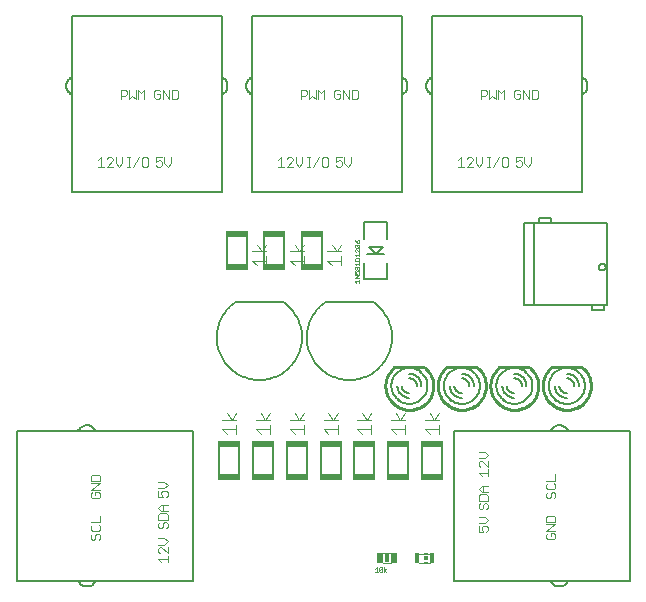
<source format=gto>
G75*
G70*
%OFA0B0*%
%FSLAX24Y24*%
%IPPOS*%
%LPD*%
%AMOC8*
5,1,8,0,0,1.08239X$1,22.5*
%
%ADD10C,0.0100*%
%ADD11C,0.0060*%
%ADD12C,0.0080*%
%ADD13C,0.0050*%
%ADD14C,0.0010*%
%ADD15R,0.0720X0.0230*%
%ADD16C,0.0040*%
%ADD17R,0.0197X0.0374*%
%ADD18R,0.0180X0.0300*%
%ADD19R,0.0157X0.0354*%
%ADD20R,0.0118X0.0059*%
%ADD21R,0.0118X0.0118*%
D10*
X012733Y007970D02*
X013733Y007970D01*
X014483Y007970D02*
X015483Y007970D01*
X015402Y006669D02*
X015354Y006641D01*
X015305Y006617D01*
X015253Y006597D01*
X015201Y006580D01*
X015147Y006567D01*
X015093Y006558D01*
X015038Y006552D01*
X014983Y006550D01*
X015380Y006655D02*
X015428Y006685D01*
X015473Y006718D01*
X015516Y006754D01*
X015557Y006792D01*
X015594Y006834D01*
X015629Y006878D01*
X015660Y006924D01*
X015689Y006973D01*
X015713Y007023D01*
X015734Y007075D01*
X015752Y007129D01*
X015765Y007183D01*
X015775Y007238D01*
X015781Y007294D01*
X015783Y007350D01*
X016233Y007970D02*
X017233Y007970D01*
X017983Y007970D02*
X018983Y007970D01*
X018902Y006669D02*
X018854Y006641D01*
X018805Y006617D01*
X018753Y006597D01*
X018701Y006580D01*
X018647Y006567D01*
X018593Y006558D01*
X018538Y006552D01*
X018483Y006550D01*
X018880Y006655D02*
X018928Y006685D01*
X018973Y006718D01*
X019016Y006754D01*
X019057Y006792D01*
X019094Y006834D01*
X019129Y006878D01*
X019160Y006924D01*
X019189Y006973D01*
X019213Y007023D01*
X019234Y007075D01*
X019252Y007129D01*
X019265Y007183D01*
X019275Y007238D01*
X019281Y007294D01*
X019283Y007350D01*
X018483Y006550D02*
X018427Y006552D01*
X018370Y006558D01*
X018315Y006568D01*
X018260Y006582D01*
X018207Y006599D01*
X018154Y006621D01*
X018104Y006646D01*
X017683Y007350D02*
X017685Y007404D01*
X017690Y007457D01*
X017699Y007511D01*
X017712Y007563D01*
X017728Y007614D01*
X017748Y007665D01*
X017770Y007714D01*
X017796Y007761D01*
X017826Y007806D01*
X017858Y007849D01*
X017893Y007890D01*
X017931Y007929D01*
X017971Y007965D01*
X017683Y007350D02*
X017685Y007296D01*
X017690Y007242D01*
X017699Y007189D01*
X017712Y007136D01*
X017728Y007085D01*
X017748Y007035D01*
X017771Y006986D01*
X017797Y006938D01*
X017826Y006893D01*
X017859Y006850D01*
X017894Y006809D01*
X017932Y006770D01*
X017972Y006734D01*
X018015Y006701D01*
X018060Y006671D01*
X018107Y006644D01*
X019283Y007350D02*
X019281Y007403D01*
X019276Y007457D01*
X019267Y007509D01*
X019255Y007561D01*
X019239Y007612D01*
X019220Y007662D01*
X019197Y007711D01*
X019171Y007758D01*
X019143Y007803D01*
X019111Y007846D01*
X019077Y007886D01*
X019039Y007925D01*
X019000Y007961D01*
X017152Y006669D02*
X017104Y006641D01*
X017055Y006617D01*
X017003Y006597D01*
X016951Y006580D01*
X016897Y006567D01*
X016843Y006558D01*
X016788Y006552D01*
X016733Y006550D01*
X017130Y006655D02*
X017178Y006685D01*
X017223Y006718D01*
X017266Y006754D01*
X017307Y006792D01*
X017344Y006834D01*
X017379Y006878D01*
X017410Y006924D01*
X017439Y006973D01*
X017463Y007023D01*
X017484Y007075D01*
X017502Y007129D01*
X017515Y007183D01*
X017525Y007238D01*
X017531Y007294D01*
X017533Y007350D01*
X016733Y006550D02*
X016677Y006552D01*
X016620Y006558D01*
X016565Y006568D01*
X016510Y006582D01*
X016457Y006599D01*
X016404Y006621D01*
X016354Y006646D01*
X015933Y007350D02*
X015935Y007404D01*
X015940Y007457D01*
X015949Y007511D01*
X015962Y007563D01*
X015978Y007614D01*
X015998Y007665D01*
X016020Y007714D01*
X016046Y007761D01*
X016076Y007806D01*
X016108Y007849D01*
X016143Y007890D01*
X016181Y007929D01*
X016221Y007965D01*
X015933Y007350D02*
X015935Y007296D01*
X015940Y007242D01*
X015949Y007189D01*
X015962Y007136D01*
X015978Y007085D01*
X015998Y007035D01*
X016021Y006986D01*
X016047Y006938D01*
X016076Y006893D01*
X016109Y006850D01*
X016144Y006809D01*
X016182Y006770D01*
X016222Y006734D01*
X016265Y006701D01*
X016310Y006671D01*
X016357Y006644D01*
X017533Y007350D02*
X017531Y007403D01*
X017526Y007457D01*
X017517Y007509D01*
X017505Y007561D01*
X017489Y007612D01*
X017470Y007662D01*
X017447Y007711D01*
X017421Y007758D01*
X017393Y007803D01*
X017361Y007846D01*
X017327Y007886D01*
X017289Y007925D01*
X017250Y007961D01*
X014607Y006644D02*
X014560Y006671D01*
X014515Y006701D01*
X014472Y006734D01*
X014432Y006770D01*
X014394Y006809D01*
X014359Y006850D01*
X014326Y006893D01*
X014297Y006938D01*
X014271Y006986D01*
X014248Y007035D01*
X014228Y007085D01*
X014212Y007136D01*
X014199Y007189D01*
X014190Y007242D01*
X014185Y007296D01*
X014183Y007350D01*
X015500Y007961D02*
X015539Y007925D01*
X015577Y007886D01*
X015611Y007846D01*
X015643Y007803D01*
X015671Y007758D01*
X015697Y007711D01*
X015720Y007662D01*
X015739Y007612D01*
X015755Y007561D01*
X015767Y007509D01*
X015776Y007457D01*
X015781Y007403D01*
X015783Y007350D01*
X014983Y006550D02*
X014927Y006552D01*
X014870Y006558D01*
X014815Y006568D01*
X014760Y006582D01*
X014707Y006599D01*
X014654Y006621D01*
X014604Y006646D01*
X014183Y007350D02*
X014185Y007404D01*
X014190Y007457D01*
X014199Y007511D01*
X014212Y007563D01*
X014228Y007614D01*
X014248Y007665D01*
X014270Y007714D01*
X014296Y007761D01*
X014326Y007806D01*
X014358Y007849D01*
X014393Y007890D01*
X014431Y007929D01*
X014471Y007965D01*
X013652Y006669D02*
X013604Y006641D01*
X013555Y006617D01*
X013503Y006597D01*
X013451Y006580D01*
X013397Y006567D01*
X013343Y006558D01*
X013288Y006552D01*
X013233Y006550D01*
X013630Y006655D02*
X013678Y006685D01*
X013723Y006718D01*
X013766Y006754D01*
X013807Y006792D01*
X013844Y006834D01*
X013879Y006878D01*
X013910Y006924D01*
X013939Y006973D01*
X013963Y007023D01*
X013984Y007075D01*
X014002Y007129D01*
X014015Y007183D01*
X014025Y007238D01*
X014031Y007294D01*
X014033Y007350D01*
X013233Y006550D02*
X013177Y006552D01*
X013120Y006558D01*
X013065Y006568D01*
X013010Y006582D01*
X012957Y006599D01*
X012904Y006621D01*
X012854Y006646D01*
X012433Y007350D02*
X012435Y007404D01*
X012440Y007457D01*
X012449Y007511D01*
X012462Y007563D01*
X012478Y007614D01*
X012498Y007665D01*
X012520Y007714D01*
X012546Y007761D01*
X012576Y007806D01*
X012608Y007849D01*
X012643Y007890D01*
X012681Y007929D01*
X012721Y007965D01*
X012433Y007350D02*
X012435Y007296D01*
X012440Y007242D01*
X012449Y007189D01*
X012462Y007136D01*
X012478Y007085D01*
X012498Y007035D01*
X012521Y006986D01*
X012547Y006938D01*
X012576Y006893D01*
X012609Y006850D01*
X012644Y006809D01*
X012682Y006770D01*
X012722Y006734D01*
X012765Y006701D01*
X012810Y006671D01*
X012857Y006644D01*
X014033Y007350D02*
X014031Y007403D01*
X014026Y007457D01*
X014017Y007509D01*
X014005Y007561D01*
X013989Y007612D01*
X013970Y007662D01*
X013947Y007711D01*
X013921Y007758D01*
X013893Y007803D01*
X013861Y007846D01*
X013827Y007886D01*
X013789Y007925D01*
X013750Y007961D01*
D11*
X013632Y006902D02*
X013594Y006871D01*
X013554Y006843D01*
X013512Y006819D01*
X013469Y006798D01*
X013423Y006781D01*
X013377Y006768D01*
X013329Y006758D01*
X013281Y006752D01*
X013233Y006750D01*
X012633Y007350D02*
X012635Y007397D01*
X012641Y007445D01*
X012650Y007491D01*
X012663Y007537D01*
X012679Y007581D01*
X012700Y007625D01*
X012723Y007666D01*
X012749Y007705D01*
X012779Y007742D01*
X012812Y007777D01*
X012847Y007809D01*
X012884Y007838D01*
X013833Y007350D02*
X013831Y007305D01*
X013826Y007259D01*
X013818Y007215D01*
X013806Y007171D01*
X013790Y007128D01*
X013772Y007086D01*
X013750Y007046D01*
X013726Y007008D01*
X013699Y006972D01*
X013669Y006937D01*
X013636Y006906D01*
X013601Y006876D01*
X013233Y007950D02*
X013186Y007948D01*
X013139Y007943D01*
X013093Y007933D01*
X013047Y007920D01*
X013003Y007904D01*
X012960Y007884D01*
X012919Y007861D01*
X012880Y007835D01*
X012843Y007806D01*
X013233Y007950D02*
X013279Y007948D01*
X013325Y007943D01*
X013371Y007934D01*
X013415Y007922D01*
X013459Y007906D01*
X013501Y007887D01*
X013542Y007865D01*
X013580Y007839D01*
X013617Y007811D01*
X013233Y007750D02*
X013272Y007748D01*
X013311Y007742D01*
X013349Y007733D01*
X013386Y007720D01*
X013422Y007703D01*
X013455Y007683D01*
X013487Y007659D01*
X013516Y007633D01*
X013542Y007604D01*
X013566Y007572D01*
X013586Y007539D01*
X013603Y007503D01*
X013616Y007466D01*
X013625Y007428D01*
X013631Y007389D01*
X013633Y007350D01*
X013233Y006750D02*
X013187Y006752D01*
X013141Y006757D01*
X013095Y006766D01*
X013051Y006778D01*
X013007Y006794D01*
X012965Y006813D01*
X012924Y006835D01*
X012886Y006861D01*
X012849Y006889D01*
X013833Y007350D02*
X013831Y007395D01*
X013826Y007441D01*
X013818Y007485D01*
X013806Y007529D01*
X013790Y007572D01*
X013772Y007614D01*
X013750Y007654D01*
X013726Y007692D01*
X013699Y007728D01*
X013669Y007763D01*
X013636Y007794D01*
X013601Y007824D01*
X013233Y007600D02*
X013263Y007598D01*
X013293Y007593D01*
X013322Y007584D01*
X013349Y007571D01*
X013375Y007556D01*
X013399Y007537D01*
X013420Y007516D01*
X013439Y007492D01*
X013454Y007466D01*
X013467Y007439D01*
X013476Y007410D01*
X013481Y007380D01*
X013483Y007350D01*
X013233Y006950D02*
X013194Y006952D01*
X013155Y006958D01*
X013117Y006967D01*
X013080Y006980D01*
X013044Y006997D01*
X013011Y007017D01*
X012979Y007041D01*
X012950Y007067D01*
X012924Y007096D01*
X012900Y007128D01*
X012880Y007161D01*
X012863Y007197D01*
X012850Y007234D01*
X012841Y007272D01*
X012835Y007311D01*
X012833Y007350D01*
X012983Y007350D02*
X012985Y007320D01*
X012990Y007290D01*
X012999Y007261D01*
X013012Y007234D01*
X013027Y007208D01*
X013046Y007184D01*
X013067Y007163D01*
X013091Y007144D01*
X013117Y007129D01*
X013144Y007116D01*
X013173Y007107D01*
X013203Y007102D01*
X013233Y007100D01*
X012873Y006870D02*
X012837Y006899D01*
X012803Y006931D01*
X012772Y006966D01*
X012744Y007002D01*
X012719Y007041D01*
X012696Y007082D01*
X012677Y007124D01*
X012661Y007167D01*
X012649Y007212D01*
X012640Y007258D01*
X012635Y007304D01*
X012633Y007350D01*
X012528Y005300D02*
X012528Y004400D01*
X012063Y004400D02*
X012063Y005300D01*
X011403Y005300D02*
X011403Y004400D01*
X010938Y004400D02*
X010938Y005300D01*
X010278Y005300D02*
X010278Y004400D01*
X009813Y004400D02*
X009813Y005300D01*
X009153Y005300D02*
X009153Y004400D01*
X008688Y004400D02*
X008688Y005300D01*
X008028Y005300D02*
X008028Y004400D01*
X007563Y004400D02*
X007563Y005300D01*
X006903Y005300D02*
X006903Y004400D01*
X013188Y004400D02*
X013188Y005300D01*
X013653Y005300D02*
X013653Y004400D01*
X014313Y004400D02*
X014313Y005300D01*
X014383Y007350D02*
X014385Y007397D01*
X014391Y007445D01*
X014400Y007491D01*
X014413Y007537D01*
X014429Y007581D01*
X014450Y007625D01*
X014473Y007666D01*
X014499Y007705D01*
X014529Y007742D01*
X014562Y007777D01*
X014597Y007809D01*
X014634Y007838D01*
X015583Y007350D02*
X015581Y007305D01*
X015576Y007259D01*
X015568Y007215D01*
X015556Y007171D01*
X015540Y007128D01*
X015522Y007086D01*
X015500Y007046D01*
X015476Y007008D01*
X015449Y006972D01*
X015419Y006937D01*
X015386Y006906D01*
X015351Y006876D01*
X015382Y006902D02*
X015344Y006871D01*
X015304Y006843D01*
X015262Y006819D01*
X015219Y006798D01*
X015173Y006781D01*
X015127Y006768D01*
X015079Y006758D01*
X015031Y006752D01*
X014983Y006750D01*
X015583Y007350D02*
X015581Y007395D01*
X015576Y007441D01*
X015568Y007485D01*
X015556Y007529D01*
X015540Y007572D01*
X015522Y007614D01*
X015500Y007654D01*
X015476Y007692D01*
X015449Y007728D01*
X015419Y007763D01*
X015386Y007794D01*
X015351Y007824D01*
X014983Y007950D02*
X014936Y007948D01*
X014889Y007943D01*
X014843Y007933D01*
X014797Y007920D01*
X014753Y007904D01*
X014710Y007884D01*
X014669Y007861D01*
X014630Y007835D01*
X014593Y007806D01*
X014983Y007950D02*
X015029Y007948D01*
X015075Y007943D01*
X015121Y007934D01*
X015165Y007922D01*
X015209Y007906D01*
X015251Y007887D01*
X015292Y007865D01*
X015330Y007839D01*
X015367Y007811D01*
X014983Y007750D02*
X015022Y007748D01*
X015061Y007742D01*
X015099Y007733D01*
X015136Y007720D01*
X015172Y007703D01*
X015205Y007683D01*
X015237Y007659D01*
X015266Y007633D01*
X015292Y007604D01*
X015316Y007572D01*
X015336Y007539D01*
X015353Y007503D01*
X015366Y007466D01*
X015375Y007428D01*
X015381Y007389D01*
X015383Y007350D01*
X014983Y006750D02*
X014937Y006752D01*
X014891Y006757D01*
X014845Y006766D01*
X014801Y006778D01*
X014757Y006794D01*
X014715Y006813D01*
X014674Y006835D01*
X014636Y006861D01*
X014599Y006889D01*
X015233Y007350D02*
X015231Y007380D01*
X015226Y007410D01*
X015217Y007439D01*
X015204Y007466D01*
X015189Y007492D01*
X015170Y007516D01*
X015149Y007537D01*
X015125Y007556D01*
X015099Y007571D01*
X015072Y007584D01*
X015043Y007593D01*
X015013Y007598D01*
X014983Y007600D01*
X014583Y007350D02*
X014585Y007311D01*
X014591Y007272D01*
X014600Y007234D01*
X014613Y007197D01*
X014630Y007161D01*
X014650Y007128D01*
X014674Y007096D01*
X014700Y007067D01*
X014729Y007041D01*
X014761Y007017D01*
X014794Y006997D01*
X014830Y006980D01*
X014867Y006967D01*
X014905Y006958D01*
X014944Y006952D01*
X014983Y006950D01*
X014983Y007100D02*
X014953Y007102D01*
X014923Y007107D01*
X014894Y007116D01*
X014867Y007129D01*
X014841Y007144D01*
X014817Y007163D01*
X014796Y007184D01*
X014777Y007208D01*
X014762Y007234D01*
X014749Y007261D01*
X014740Y007290D01*
X014735Y007320D01*
X014733Y007350D01*
X014383Y007350D02*
X014385Y007304D01*
X014390Y007258D01*
X014399Y007212D01*
X014411Y007167D01*
X014427Y007124D01*
X014446Y007082D01*
X014469Y007041D01*
X014494Y007002D01*
X014522Y006966D01*
X014553Y006931D01*
X014587Y006899D01*
X014623Y006870D01*
X016133Y007350D02*
X016135Y007397D01*
X016141Y007445D01*
X016150Y007491D01*
X016163Y007537D01*
X016179Y007581D01*
X016200Y007625D01*
X016223Y007666D01*
X016249Y007705D01*
X016279Y007742D01*
X016312Y007777D01*
X016347Y007809D01*
X016384Y007838D01*
X017333Y007350D02*
X017331Y007305D01*
X017326Y007259D01*
X017318Y007215D01*
X017306Y007171D01*
X017290Y007128D01*
X017272Y007086D01*
X017250Y007046D01*
X017226Y007008D01*
X017199Y006972D01*
X017169Y006937D01*
X017136Y006906D01*
X017101Y006876D01*
X017132Y006902D02*
X017094Y006871D01*
X017054Y006843D01*
X017012Y006819D01*
X016969Y006798D01*
X016923Y006781D01*
X016877Y006768D01*
X016829Y006758D01*
X016781Y006752D01*
X016733Y006750D01*
X017333Y007350D02*
X017331Y007395D01*
X017326Y007441D01*
X017318Y007485D01*
X017306Y007529D01*
X017290Y007572D01*
X017272Y007614D01*
X017250Y007654D01*
X017226Y007692D01*
X017199Y007728D01*
X017169Y007763D01*
X017136Y007794D01*
X017101Y007824D01*
X016733Y007950D02*
X016686Y007948D01*
X016639Y007943D01*
X016593Y007933D01*
X016547Y007920D01*
X016503Y007904D01*
X016460Y007884D01*
X016419Y007861D01*
X016380Y007835D01*
X016343Y007806D01*
X016733Y007950D02*
X016779Y007948D01*
X016825Y007943D01*
X016871Y007934D01*
X016915Y007922D01*
X016959Y007906D01*
X017001Y007887D01*
X017042Y007865D01*
X017080Y007839D01*
X017117Y007811D01*
X016733Y007750D02*
X016772Y007748D01*
X016811Y007742D01*
X016849Y007733D01*
X016886Y007720D01*
X016922Y007703D01*
X016955Y007683D01*
X016987Y007659D01*
X017016Y007633D01*
X017042Y007604D01*
X017066Y007572D01*
X017086Y007539D01*
X017103Y007503D01*
X017116Y007466D01*
X017125Y007428D01*
X017131Y007389D01*
X017133Y007350D01*
X016733Y006750D02*
X016687Y006752D01*
X016641Y006757D01*
X016595Y006766D01*
X016551Y006778D01*
X016507Y006794D01*
X016465Y006813D01*
X016424Y006835D01*
X016386Y006861D01*
X016349Y006889D01*
X016983Y007350D02*
X016981Y007380D01*
X016976Y007410D01*
X016967Y007439D01*
X016954Y007466D01*
X016939Y007492D01*
X016920Y007516D01*
X016899Y007537D01*
X016875Y007556D01*
X016849Y007571D01*
X016822Y007584D01*
X016793Y007593D01*
X016763Y007598D01*
X016733Y007600D01*
X016333Y007350D02*
X016335Y007311D01*
X016341Y007272D01*
X016350Y007234D01*
X016363Y007197D01*
X016380Y007161D01*
X016400Y007128D01*
X016424Y007096D01*
X016450Y007067D01*
X016479Y007041D01*
X016511Y007017D01*
X016544Y006997D01*
X016580Y006980D01*
X016617Y006967D01*
X016655Y006958D01*
X016694Y006952D01*
X016733Y006950D01*
X016733Y007100D02*
X016703Y007102D01*
X016673Y007107D01*
X016644Y007116D01*
X016617Y007129D01*
X016591Y007144D01*
X016567Y007163D01*
X016546Y007184D01*
X016527Y007208D01*
X016512Y007234D01*
X016499Y007261D01*
X016490Y007290D01*
X016485Y007320D01*
X016483Y007350D01*
X016133Y007350D02*
X016135Y007304D01*
X016140Y007258D01*
X016149Y007212D01*
X016161Y007167D01*
X016177Y007124D01*
X016196Y007082D01*
X016219Y007041D01*
X016244Y007002D01*
X016272Y006966D01*
X016303Y006931D01*
X016337Y006899D01*
X016373Y006870D01*
X017883Y007350D02*
X017885Y007397D01*
X017891Y007445D01*
X017900Y007491D01*
X017913Y007537D01*
X017929Y007581D01*
X017950Y007625D01*
X017973Y007666D01*
X017999Y007705D01*
X018029Y007742D01*
X018062Y007777D01*
X018097Y007809D01*
X018134Y007838D01*
X019083Y007350D02*
X019081Y007305D01*
X019076Y007259D01*
X019068Y007215D01*
X019056Y007171D01*
X019040Y007128D01*
X019022Y007086D01*
X019000Y007046D01*
X018976Y007008D01*
X018949Y006972D01*
X018919Y006937D01*
X018886Y006906D01*
X018851Y006876D01*
X018882Y006902D02*
X018844Y006871D01*
X018804Y006843D01*
X018762Y006819D01*
X018719Y006798D01*
X018673Y006781D01*
X018627Y006768D01*
X018579Y006758D01*
X018531Y006752D01*
X018483Y006750D01*
X019083Y007350D02*
X019081Y007395D01*
X019076Y007441D01*
X019068Y007485D01*
X019056Y007529D01*
X019040Y007572D01*
X019022Y007614D01*
X019000Y007654D01*
X018976Y007692D01*
X018949Y007728D01*
X018919Y007763D01*
X018886Y007794D01*
X018851Y007824D01*
X018483Y007950D02*
X018436Y007948D01*
X018389Y007943D01*
X018343Y007933D01*
X018297Y007920D01*
X018253Y007904D01*
X018210Y007884D01*
X018169Y007861D01*
X018130Y007835D01*
X018093Y007806D01*
X018483Y007950D02*
X018529Y007948D01*
X018575Y007943D01*
X018621Y007934D01*
X018665Y007922D01*
X018709Y007906D01*
X018751Y007887D01*
X018792Y007865D01*
X018830Y007839D01*
X018867Y007811D01*
X018483Y007750D02*
X018522Y007748D01*
X018561Y007742D01*
X018599Y007733D01*
X018636Y007720D01*
X018672Y007703D01*
X018705Y007683D01*
X018737Y007659D01*
X018766Y007633D01*
X018792Y007604D01*
X018816Y007572D01*
X018836Y007539D01*
X018853Y007503D01*
X018866Y007466D01*
X018875Y007428D01*
X018881Y007389D01*
X018883Y007350D01*
X018483Y006750D02*
X018437Y006752D01*
X018391Y006757D01*
X018345Y006766D01*
X018301Y006778D01*
X018257Y006794D01*
X018215Y006813D01*
X018174Y006835D01*
X018136Y006861D01*
X018099Y006889D01*
X018733Y007350D02*
X018731Y007380D01*
X018726Y007410D01*
X018717Y007439D01*
X018704Y007466D01*
X018689Y007492D01*
X018670Y007516D01*
X018649Y007537D01*
X018625Y007556D01*
X018599Y007571D01*
X018572Y007584D01*
X018543Y007593D01*
X018513Y007598D01*
X018483Y007600D01*
X018083Y007350D02*
X018085Y007311D01*
X018091Y007272D01*
X018100Y007234D01*
X018113Y007197D01*
X018130Y007161D01*
X018150Y007128D01*
X018174Y007096D01*
X018200Y007067D01*
X018229Y007041D01*
X018261Y007017D01*
X018294Y006997D01*
X018330Y006980D01*
X018367Y006967D01*
X018405Y006958D01*
X018444Y006952D01*
X018483Y006950D01*
X018483Y007100D02*
X018453Y007102D01*
X018423Y007107D01*
X018394Y007116D01*
X018367Y007129D01*
X018341Y007144D01*
X018317Y007163D01*
X018296Y007184D01*
X018277Y007208D01*
X018262Y007234D01*
X018249Y007261D01*
X018240Y007290D01*
X018235Y007320D01*
X018233Y007350D01*
X017883Y007350D02*
X017885Y007304D01*
X017890Y007258D01*
X017899Y007212D01*
X017911Y007167D01*
X017927Y007124D01*
X017946Y007082D01*
X017969Y007041D01*
X017994Y007002D01*
X018022Y006966D01*
X018053Y006931D01*
X018087Y006899D01*
X018123Y006870D01*
X010313Y011400D02*
X010313Y012300D01*
X009653Y012300D02*
X009653Y011400D01*
X009063Y011400D02*
X009063Y012300D01*
X008403Y012300D02*
X008403Y011400D01*
X007813Y011400D02*
X007813Y012300D01*
X007153Y012300D02*
X007153Y011400D01*
D12*
X002187Y000860D02*
X000140Y000860D01*
X000140Y005840D01*
X002187Y005840D01*
X002778Y005840D01*
X006004Y005840D01*
X006004Y000860D01*
X002187Y000860D01*
X002188Y000860D02*
X002202Y000829D01*
X002220Y000800D01*
X002241Y000773D01*
X002265Y000749D01*
X002291Y000727D01*
X002320Y000708D01*
X002350Y000692D01*
X002382Y000679D01*
X002415Y000670D01*
X002449Y000665D01*
X002483Y000663D01*
X002517Y000665D01*
X002551Y000670D01*
X002584Y000679D01*
X002616Y000692D01*
X002646Y000708D01*
X002675Y000727D01*
X002701Y000749D01*
X002725Y000773D01*
X002746Y000800D01*
X002764Y000829D01*
X002778Y000860D01*
X002778Y005840D02*
X002764Y005871D01*
X002746Y005900D01*
X002725Y005927D01*
X002701Y005951D01*
X002675Y005973D01*
X002646Y005992D01*
X002616Y006008D01*
X002584Y006021D01*
X002551Y006030D01*
X002517Y006035D01*
X002483Y006037D01*
X002449Y006035D01*
X002415Y006030D01*
X002382Y006021D01*
X002350Y006008D01*
X002320Y005992D01*
X002291Y005973D01*
X002265Y005951D01*
X002241Y005927D01*
X002220Y005900D01*
X002202Y005871D01*
X002188Y005840D01*
X001992Y013828D02*
X006973Y013828D01*
X006973Y017055D01*
X006973Y017645D01*
X006973Y019693D01*
X001992Y019693D01*
X001992Y017645D01*
X001992Y013828D01*
X001992Y017055D02*
X001961Y017069D01*
X001932Y017087D01*
X001905Y017108D01*
X001881Y017132D01*
X001859Y017158D01*
X001840Y017187D01*
X001824Y017217D01*
X001811Y017249D01*
X001802Y017282D01*
X001797Y017316D01*
X001795Y017350D01*
X001797Y017384D01*
X001802Y017418D01*
X001811Y017451D01*
X001824Y017483D01*
X001840Y017513D01*
X001859Y017542D01*
X001881Y017568D01*
X001905Y017592D01*
X001932Y017613D01*
X001961Y017631D01*
X001992Y017645D01*
X006973Y017645D02*
X007004Y017631D01*
X007033Y017613D01*
X007060Y017592D01*
X007084Y017568D01*
X007106Y017542D01*
X007125Y017513D01*
X007141Y017483D01*
X007154Y017451D01*
X007163Y017418D01*
X007168Y017384D01*
X007170Y017350D01*
X007168Y017316D01*
X007163Y017282D01*
X007154Y017249D01*
X007141Y017217D01*
X007125Y017187D01*
X007106Y017158D01*
X007084Y017132D01*
X007060Y017108D01*
X007033Y017087D01*
X007004Y017069D01*
X006973Y017055D01*
X007992Y017645D02*
X007992Y013828D01*
X012973Y013828D01*
X012973Y017055D01*
X012973Y017645D01*
X012973Y019693D01*
X007992Y019693D01*
X007992Y017645D01*
X007961Y017631D01*
X007932Y017613D01*
X007905Y017592D01*
X007881Y017568D01*
X007859Y017542D01*
X007840Y017513D01*
X007824Y017483D01*
X007811Y017451D01*
X007802Y017418D01*
X007797Y017384D01*
X007795Y017350D01*
X007797Y017316D01*
X007802Y017282D01*
X007811Y017249D01*
X007824Y017217D01*
X007840Y017187D01*
X007859Y017158D01*
X007881Y017132D01*
X007905Y017108D01*
X007932Y017087D01*
X007961Y017069D01*
X007992Y017055D01*
X011714Y012795D02*
X011714Y012244D01*
X011871Y011968D02*
X012108Y011732D01*
X012344Y011968D01*
X011871Y011968D01*
X011832Y011732D02*
X012108Y011732D01*
X012383Y011732D01*
X012501Y011456D02*
X012501Y010905D01*
X011714Y010905D01*
X011714Y011456D01*
X012501Y012244D02*
X012501Y012795D01*
X011714Y012795D01*
X013992Y013828D02*
X018973Y013828D01*
X018973Y017055D01*
X018973Y017645D01*
X018973Y019693D01*
X013992Y019693D01*
X013992Y017645D01*
X013992Y013828D01*
X017065Y012789D02*
X017380Y012789D01*
X017380Y010033D01*
X017065Y010033D01*
X017065Y012789D01*
X017380Y012789D02*
X019821Y012789D01*
X019821Y010033D01*
X017380Y010033D01*
X019329Y010033D02*
X019329Y009876D01*
X019723Y009876D01*
X019723Y010033D01*
X017951Y012789D02*
X017951Y012946D01*
X017557Y012946D01*
X017557Y012789D01*
X018973Y017055D02*
X019004Y017069D01*
X019033Y017087D01*
X019060Y017108D01*
X019084Y017132D01*
X019106Y017158D01*
X019125Y017187D01*
X019141Y017217D01*
X019154Y017249D01*
X019163Y017282D01*
X019168Y017316D01*
X019170Y017350D01*
X019168Y017384D01*
X019163Y017418D01*
X019154Y017451D01*
X019141Y017483D01*
X019125Y017513D01*
X019106Y017542D01*
X019084Y017568D01*
X019060Y017592D01*
X019033Y017613D01*
X019004Y017631D01*
X018973Y017645D01*
X013992Y017645D02*
X013961Y017631D01*
X013932Y017613D01*
X013905Y017592D01*
X013881Y017568D01*
X013859Y017542D01*
X013840Y017513D01*
X013824Y017483D01*
X013811Y017451D01*
X013802Y017418D01*
X013797Y017384D01*
X013795Y017350D01*
X013797Y017316D01*
X013802Y017282D01*
X013811Y017249D01*
X013824Y017217D01*
X013840Y017187D01*
X013859Y017158D01*
X013881Y017132D01*
X013905Y017108D01*
X013932Y017087D01*
X013961Y017069D01*
X013992Y017055D01*
X012973Y017055D02*
X013004Y017069D01*
X013033Y017087D01*
X013060Y017108D01*
X013084Y017132D01*
X013106Y017158D01*
X013125Y017187D01*
X013141Y017217D01*
X013154Y017249D01*
X013163Y017282D01*
X013168Y017316D01*
X013170Y017350D01*
X013168Y017384D01*
X013163Y017418D01*
X013154Y017451D01*
X013141Y017483D01*
X013125Y017513D01*
X013106Y017542D01*
X013084Y017568D01*
X013060Y017592D01*
X013033Y017613D01*
X013004Y017631D01*
X012973Y017645D01*
X014711Y005840D02*
X014711Y000860D01*
X017937Y000860D01*
X018528Y000860D01*
X020575Y000860D01*
X020575Y005840D01*
X018528Y005840D01*
X014711Y005840D01*
X017938Y005840D02*
X017952Y005871D01*
X017970Y005900D01*
X017991Y005927D01*
X018015Y005951D01*
X018041Y005973D01*
X018070Y005992D01*
X018100Y006008D01*
X018132Y006021D01*
X018165Y006030D01*
X018199Y006035D01*
X018233Y006037D01*
X018267Y006035D01*
X018301Y006030D01*
X018334Y006021D01*
X018366Y006008D01*
X018396Y005992D01*
X018425Y005973D01*
X018451Y005951D01*
X018475Y005927D01*
X018496Y005900D01*
X018514Y005871D01*
X018528Y005840D01*
X018528Y000860D02*
X018514Y000829D01*
X018496Y000800D01*
X018475Y000773D01*
X018451Y000749D01*
X018425Y000727D01*
X018396Y000708D01*
X018366Y000692D01*
X018334Y000679D01*
X018301Y000670D01*
X018267Y000665D01*
X018233Y000663D01*
X018199Y000665D01*
X018165Y000670D01*
X018132Y000679D01*
X018100Y000692D01*
X018070Y000708D01*
X018041Y000727D01*
X018015Y000749D01*
X017991Y000773D01*
X017970Y000800D01*
X017952Y000829D01*
X017938Y000860D01*
D13*
X012021Y010150D02*
X012082Y010106D01*
X012140Y010060D01*
X012197Y010011D01*
X012250Y009959D01*
X012301Y009904D01*
X012349Y009846D01*
X012393Y009786D01*
X012435Y009724D01*
X012473Y009660D01*
X012508Y009594D01*
X012539Y009526D01*
X012566Y009456D01*
X012590Y009385D01*
X012610Y009313D01*
X012627Y009240D01*
X012639Y009167D01*
X012648Y009092D01*
X012652Y009018D01*
X012653Y008943D01*
X012649Y008868D01*
X012642Y008794D01*
X012631Y008720D01*
X012616Y008647D01*
X012597Y008574D01*
X012575Y008503D01*
X012548Y008433D01*
X012518Y008365D01*
X012485Y008298D01*
X012448Y008233D01*
X012408Y008170D01*
X012364Y008109D01*
X012317Y008051D01*
X012267Y007995D01*
X012215Y007942D01*
X012159Y007892D01*
X012102Y007845D01*
X012041Y007800D01*
X011979Y007760D01*
X011914Y007722D01*
X011847Y007688D01*
X011779Y007657D01*
X011710Y007630D01*
X011638Y007607D01*
X011566Y007588D01*
X011493Y007572D01*
X011419Y007560D01*
X011345Y007552D01*
X011270Y007548D01*
X011196Y007548D01*
X011121Y007552D01*
X011047Y007560D01*
X010973Y007572D01*
X010900Y007588D01*
X010828Y007607D01*
X010756Y007630D01*
X010687Y007657D01*
X010619Y007688D01*
X010552Y007722D01*
X010487Y007760D01*
X010425Y007800D01*
X010364Y007845D01*
X010307Y007892D01*
X010251Y007942D01*
X010199Y007995D01*
X010149Y008051D01*
X010102Y008109D01*
X010058Y008170D01*
X010018Y008233D01*
X009981Y008298D01*
X009948Y008365D01*
X009918Y008433D01*
X009891Y008503D01*
X009869Y008574D01*
X009850Y008647D01*
X009835Y008720D01*
X009824Y008794D01*
X009817Y008868D01*
X009813Y008943D01*
X009814Y009018D01*
X009818Y009092D01*
X009827Y009167D01*
X009839Y009240D01*
X009856Y009313D01*
X009876Y009385D01*
X009900Y009456D01*
X009927Y009526D01*
X009958Y009594D01*
X009993Y009660D01*
X010031Y009724D01*
X010073Y009786D01*
X010117Y009846D01*
X010165Y009904D01*
X010216Y009959D01*
X010269Y010011D01*
X010326Y010060D01*
X010384Y010106D01*
X010445Y010150D01*
X010445Y010149D02*
X012020Y010149D01*
X009020Y010149D02*
X007445Y010149D01*
X007445Y010150D02*
X007384Y010106D01*
X007326Y010060D01*
X007269Y010011D01*
X007216Y009959D01*
X007165Y009904D01*
X007117Y009846D01*
X007073Y009786D01*
X007031Y009724D01*
X006993Y009660D01*
X006958Y009594D01*
X006927Y009526D01*
X006900Y009456D01*
X006876Y009385D01*
X006856Y009313D01*
X006839Y009240D01*
X006827Y009167D01*
X006818Y009092D01*
X006814Y009018D01*
X006813Y008943D01*
X006817Y008868D01*
X006824Y008794D01*
X006835Y008720D01*
X006850Y008647D01*
X006869Y008574D01*
X006891Y008503D01*
X006918Y008433D01*
X006948Y008365D01*
X006981Y008298D01*
X007018Y008233D01*
X007058Y008170D01*
X007102Y008109D01*
X007149Y008051D01*
X007199Y007995D01*
X007251Y007942D01*
X007307Y007892D01*
X007364Y007845D01*
X007425Y007800D01*
X007487Y007760D01*
X007552Y007722D01*
X007619Y007688D01*
X007687Y007657D01*
X007756Y007630D01*
X007828Y007607D01*
X007900Y007588D01*
X007973Y007572D01*
X008047Y007560D01*
X008121Y007552D01*
X008196Y007548D01*
X008270Y007548D01*
X008345Y007552D01*
X008419Y007560D01*
X008493Y007572D01*
X008566Y007588D01*
X008638Y007607D01*
X008710Y007630D01*
X008779Y007657D01*
X008847Y007688D01*
X008914Y007722D01*
X008979Y007760D01*
X009041Y007800D01*
X009102Y007845D01*
X009159Y007892D01*
X009215Y007942D01*
X009267Y007995D01*
X009317Y008051D01*
X009364Y008109D01*
X009408Y008170D01*
X009448Y008233D01*
X009485Y008298D01*
X009518Y008365D01*
X009548Y008433D01*
X009575Y008503D01*
X009597Y008574D01*
X009616Y008647D01*
X009631Y008720D01*
X009642Y008794D01*
X009649Y008868D01*
X009653Y008943D01*
X009652Y009018D01*
X009648Y009092D01*
X009639Y009167D01*
X009627Y009240D01*
X009610Y009313D01*
X009590Y009385D01*
X009566Y009456D01*
X009539Y009526D01*
X009508Y009594D01*
X009473Y009660D01*
X009435Y009724D01*
X009393Y009786D01*
X009349Y009846D01*
X009301Y009904D01*
X009250Y009959D01*
X009197Y010011D01*
X009140Y010060D01*
X009082Y010106D01*
X009021Y010150D01*
X019553Y011313D02*
X019555Y011333D01*
X019560Y011353D01*
X019570Y011371D01*
X019582Y011388D01*
X019597Y011402D01*
X019615Y011412D01*
X019634Y011420D01*
X019654Y011424D01*
X019674Y011424D01*
X019694Y011420D01*
X019713Y011412D01*
X019731Y011402D01*
X019746Y011388D01*
X019758Y011371D01*
X019768Y011353D01*
X019773Y011333D01*
X019775Y011313D01*
X019773Y011293D01*
X019768Y011273D01*
X019758Y011255D01*
X019746Y011238D01*
X019731Y011224D01*
X019713Y011214D01*
X019694Y011206D01*
X019674Y011202D01*
X019654Y011202D01*
X019634Y011206D01*
X019615Y011214D01*
X019597Y011224D01*
X019582Y011238D01*
X019570Y011255D01*
X019560Y011273D01*
X019555Y011293D01*
X019553Y011313D01*
D14*
X017171Y014660D02*
X017275Y014763D01*
X017275Y014970D01*
X017068Y014970D02*
X017068Y014763D01*
X017171Y014660D01*
X016980Y014712D02*
X016928Y014660D01*
X016825Y014660D01*
X016773Y014712D01*
X016773Y014815D02*
X016877Y014867D01*
X016928Y014867D01*
X016980Y014815D01*
X016980Y014712D01*
X016773Y014815D02*
X016773Y014970D01*
X016980Y014970D01*
X016525Y014919D02*
X016525Y014712D01*
X016473Y014660D01*
X016370Y014660D01*
X016318Y014712D01*
X016318Y014919D01*
X016370Y014970D01*
X016473Y014970D01*
X016525Y014919D01*
X016230Y014970D02*
X016023Y014660D01*
X015930Y014660D02*
X015827Y014660D01*
X015878Y014660D02*
X015878Y014970D01*
X015827Y014970D02*
X015930Y014970D01*
X015650Y014970D02*
X015650Y014763D01*
X015546Y014660D01*
X015443Y014763D01*
X015443Y014970D01*
X015355Y014919D02*
X015303Y014970D01*
X015200Y014970D01*
X015148Y014919D01*
X014957Y014970D02*
X014957Y014660D01*
X014854Y014660D02*
X015060Y014660D01*
X015148Y014660D02*
X015355Y014867D01*
X015355Y014919D01*
X015355Y014660D02*
X015148Y014660D01*
X014854Y014867D02*
X014957Y014970D01*
X015604Y016910D02*
X015604Y017220D01*
X015759Y017220D01*
X015810Y017169D01*
X015810Y017065D01*
X015759Y017013D01*
X015604Y017013D01*
X015898Y016910D02*
X015898Y017220D01*
X016105Y017220D02*
X016105Y016910D01*
X016002Y017013D01*
X015898Y016910D01*
X016193Y016910D02*
X016193Y017220D01*
X016296Y017117D01*
X016400Y017220D01*
X016400Y016910D01*
X016729Y016962D02*
X016729Y017169D01*
X016780Y017220D01*
X016884Y017220D01*
X016935Y017169D01*
X017023Y017220D02*
X017023Y016910D01*
X016935Y016962D02*
X016935Y017065D01*
X016832Y017065D01*
X016935Y016962D02*
X016884Y016910D01*
X016780Y016910D01*
X016729Y016962D01*
X017023Y017220D02*
X017230Y016910D01*
X017230Y017220D01*
X017318Y017220D02*
X017473Y017220D01*
X017525Y017169D01*
X017525Y016962D01*
X017473Y016910D01*
X017318Y016910D01*
X017318Y017220D01*
X011525Y017169D02*
X011525Y016962D01*
X011473Y016910D01*
X011318Y016910D01*
X011318Y017220D01*
X011473Y017220D01*
X011525Y017169D01*
X011230Y017220D02*
X011230Y016910D01*
X011023Y017220D01*
X011023Y016910D01*
X010935Y016962D02*
X010935Y017065D01*
X010832Y017065D01*
X010935Y016962D02*
X010884Y016910D01*
X010780Y016910D01*
X010729Y016962D01*
X010729Y017169D01*
X010780Y017220D01*
X010884Y017220D01*
X010935Y017169D01*
X010400Y017220D02*
X010400Y016910D01*
X010193Y016910D02*
X010193Y017220D01*
X010296Y017117D01*
X010400Y017220D01*
X010105Y017220D02*
X010105Y016910D01*
X010002Y017013D01*
X009898Y016910D01*
X009898Y017220D01*
X009810Y017169D02*
X009810Y017065D01*
X009759Y017013D01*
X009604Y017013D01*
X009604Y016910D02*
X009604Y017220D01*
X009759Y017220D01*
X009810Y017169D01*
X009827Y014970D02*
X009930Y014970D01*
X009878Y014970D02*
X009878Y014660D01*
X009827Y014660D02*
X009930Y014660D01*
X010023Y014660D02*
X010230Y014970D01*
X010318Y014919D02*
X010318Y014712D01*
X010370Y014660D01*
X010473Y014660D01*
X010525Y014712D01*
X010525Y014919D01*
X010473Y014970D01*
X010370Y014970D01*
X010318Y014919D01*
X010773Y014970D02*
X010773Y014815D01*
X010877Y014867D01*
X010928Y014867D01*
X010980Y014815D01*
X010980Y014712D01*
X010928Y014660D01*
X010825Y014660D01*
X010773Y014712D01*
X010773Y014970D02*
X010980Y014970D01*
X011068Y014970D02*
X011068Y014763D01*
X011171Y014660D01*
X011275Y014763D01*
X011275Y014970D01*
X009650Y014970D02*
X009650Y014763D01*
X009546Y014660D01*
X009443Y014763D01*
X009443Y014970D01*
X009355Y014919D02*
X009303Y014970D01*
X009200Y014970D01*
X009148Y014919D01*
X008957Y014970D02*
X008957Y014660D01*
X008854Y014660D02*
X009060Y014660D01*
X009148Y014660D02*
X009355Y014867D01*
X009355Y014919D01*
X009355Y014660D02*
X009148Y014660D01*
X008854Y014867D02*
X008957Y014970D01*
X011412Y012208D02*
X011437Y012158D01*
X011487Y012108D01*
X011487Y012183D01*
X011512Y012208D01*
X011537Y012208D01*
X011563Y012183D01*
X011563Y012133D01*
X011537Y012108D01*
X011487Y012108D01*
X011437Y012060D02*
X011537Y011960D01*
X011563Y011985D01*
X011563Y012035D01*
X011537Y012060D01*
X011437Y012060D01*
X011412Y012035D01*
X011412Y011985D01*
X011437Y011960D01*
X011537Y011960D01*
X011563Y011913D02*
X011563Y011813D01*
X011462Y011913D01*
X011437Y011913D01*
X011412Y011888D01*
X011412Y011838D01*
X011437Y011813D01*
X011412Y011716D02*
X011563Y011716D01*
X011563Y011666D02*
X011563Y011766D01*
X011462Y011666D02*
X011412Y011716D01*
X011437Y011618D02*
X011412Y011593D01*
X011412Y011518D01*
X011563Y011518D01*
X011563Y011593D01*
X011537Y011618D01*
X011437Y011618D01*
X011563Y011471D02*
X011563Y011371D01*
X011563Y011421D02*
X011412Y011421D01*
X011462Y011371D01*
X011462Y011324D02*
X011487Y011299D01*
X011487Y011249D01*
X011462Y011224D01*
X011437Y011224D01*
X011412Y011249D01*
X011412Y011299D01*
X011437Y011324D01*
X011462Y011324D01*
X011487Y011299D02*
X011512Y011324D01*
X011537Y011324D01*
X011563Y011299D01*
X011563Y011249D01*
X011537Y011224D01*
X011512Y011224D01*
X011487Y011249D01*
X011487Y011176D02*
X011537Y011176D01*
X011563Y011151D01*
X011563Y011101D01*
X011537Y011076D01*
X011487Y011076D02*
X011462Y011126D01*
X011462Y011151D01*
X011487Y011176D01*
X011412Y011176D02*
X011412Y011076D01*
X011487Y011076D01*
X011412Y011029D02*
X011563Y011029D01*
X011412Y010929D01*
X011563Y010929D01*
X011563Y010882D02*
X011563Y010782D01*
X011563Y010832D02*
X011412Y010832D01*
X011462Y010782D01*
X015542Y005151D02*
X015749Y005151D01*
X015853Y005048D01*
X015749Y004944D01*
X015542Y004944D01*
X015594Y004856D02*
X015542Y004805D01*
X015542Y004701D01*
X015594Y004650D01*
X015542Y004458D02*
X015853Y004458D01*
X015853Y004355D02*
X015853Y004562D01*
X015853Y004650D02*
X015646Y004856D01*
X015594Y004856D01*
X015853Y004856D02*
X015853Y004650D01*
X015646Y004355D02*
X015542Y004458D01*
X015646Y004026D02*
X015853Y004026D01*
X015697Y004026D02*
X015697Y003819D01*
X015646Y003819D02*
X015542Y003923D01*
X015646Y004026D01*
X015646Y003819D02*
X015853Y003819D01*
X015801Y003731D02*
X015594Y003731D01*
X015542Y003680D01*
X015542Y003525D01*
X015853Y003525D01*
X015853Y003680D01*
X015801Y003731D01*
X015801Y003437D02*
X015853Y003385D01*
X015853Y003282D01*
X015801Y003230D01*
X015697Y003282D02*
X015697Y003385D01*
X015749Y003437D01*
X015801Y003437D01*
X015697Y003282D02*
X015646Y003230D01*
X015594Y003230D01*
X015542Y003282D01*
X015542Y003385D01*
X015594Y003437D01*
X015542Y002981D02*
X015749Y002981D01*
X015853Y002878D01*
X015749Y002775D01*
X015542Y002775D01*
X015542Y002687D02*
X015542Y002480D01*
X015697Y002480D01*
X015646Y002583D01*
X015646Y002635D01*
X015697Y002687D01*
X015801Y002687D01*
X015853Y002635D01*
X015853Y002532D01*
X015801Y002480D01*
X017792Y002525D02*
X018103Y002731D01*
X017792Y002731D01*
X017792Y002819D02*
X017792Y002974D01*
X017844Y003026D01*
X018051Y003026D01*
X018103Y002974D01*
X018103Y002819D01*
X017792Y002819D01*
X017792Y002525D02*
X018103Y002525D01*
X018051Y002437D02*
X017947Y002437D01*
X017947Y002333D01*
X017844Y002230D02*
X018051Y002230D01*
X018103Y002282D01*
X018103Y002385D01*
X018051Y002437D01*
X017844Y002437D02*
X017792Y002385D01*
X017792Y002282D01*
X017844Y002230D01*
X017844Y003605D02*
X017792Y003657D01*
X017792Y003760D01*
X017844Y003812D01*
X017844Y003900D02*
X018051Y003900D01*
X018103Y003951D01*
X018103Y004055D01*
X018051Y004106D01*
X018103Y004194D02*
X018103Y004401D01*
X018103Y004194D02*
X017792Y004194D01*
X017844Y004106D02*
X017792Y004055D01*
X017792Y003951D01*
X017844Y003900D01*
X017947Y003760D02*
X017999Y003812D01*
X018051Y003812D01*
X018103Y003760D01*
X018103Y003657D01*
X018051Y003605D01*
X017947Y003657D02*
X017947Y003760D01*
X017947Y003657D02*
X017896Y003605D01*
X017844Y003605D01*
X012457Y001255D02*
X012382Y001205D01*
X012457Y001155D01*
X012382Y001155D02*
X012382Y001305D01*
X012335Y001280D02*
X012235Y001180D01*
X012260Y001155D01*
X012310Y001155D01*
X012335Y001180D01*
X012335Y001280D01*
X012310Y001305D01*
X012260Y001305D01*
X012235Y001280D01*
X012235Y001180D01*
X012188Y001155D02*
X012088Y001155D01*
X012138Y001155D02*
X012138Y001305D01*
X012088Y001255D01*
X005173Y001471D02*
X005173Y001678D01*
X005173Y001766D02*
X004966Y001973D01*
X004914Y001973D01*
X004862Y001921D01*
X004862Y001817D01*
X004914Y001766D01*
X004862Y001574D02*
X005173Y001574D01*
X005173Y001766D02*
X005173Y001973D01*
X005069Y002060D02*
X004862Y002060D01*
X005069Y002060D02*
X005173Y002164D01*
X005069Y002267D01*
X004862Y002267D01*
X004914Y002596D02*
X004966Y002596D01*
X005017Y002648D01*
X005017Y002751D01*
X005069Y002803D01*
X005121Y002803D01*
X005173Y002751D01*
X005173Y002648D01*
X005121Y002596D01*
X004914Y002596D02*
X004862Y002648D01*
X004862Y002751D01*
X004914Y002803D01*
X004862Y002891D02*
X004862Y003046D01*
X004914Y003098D01*
X005121Y003098D01*
X005173Y003046D01*
X005173Y002891D01*
X004862Y002891D01*
X004966Y003185D02*
X004862Y003289D01*
X004966Y003392D01*
X005173Y003392D01*
X005017Y003392D02*
X005017Y003185D01*
X004966Y003185D02*
X005173Y003185D01*
X005121Y003641D02*
X005173Y003692D01*
X005173Y003796D01*
X005121Y003848D01*
X005017Y003848D01*
X004966Y003796D01*
X004966Y003744D01*
X005017Y003641D01*
X004862Y003641D01*
X004862Y003848D01*
X004862Y003935D02*
X005069Y003935D01*
X005173Y004039D01*
X005069Y004142D01*
X004862Y004142D01*
X002923Y004185D02*
X002923Y004340D01*
X002871Y004392D01*
X002664Y004392D01*
X002612Y004340D01*
X002612Y004185D01*
X002923Y004185D01*
X002923Y004098D02*
X002612Y004098D01*
X002612Y003891D02*
X002923Y004098D01*
X002923Y003891D02*
X002612Y003891D01*
X002664Y003803D02*
X002612Y003751D01*
X002612Y003648D01*
X002664Y003596D01*
X002871Y003596D01*
X002923Y003648D01*
X002923Y003751D01*
X002871Y003803D01*
X002767Y003803D01*
X002767Y003699D01*
X002923Y003017D02*
X002923Y002810D01*
X002612Y002810D01*
X002664Y002723D02*
X002612Y002671D01*
X002612Y002567D01*
X002664Y002516D01*
X002871Y002516D01*
X002923Y002567D01*
X002923Y002671D01*
X002871Y002723D01*
X002871Y002428D02*
X002923Y002376D01*
X002923Y002273D01*
X002871Y002221D01*
X002767Y002273D02*
X002767Y002376D01*
X002819Y002428D01*
X002871Y002428D01*
X002767Y002273D02*
X002716Y002221D01*
X002664Y002221D01*
X002612Y002273D01*
X002612Y002376D01*
X002664Y002428D01*
X004862Y001574D02*
X004966Y001471D01*
X004928Y014660D02*
X004825Y014660D01*
X004773Y014712D01*
X004773Y014815D02*
X004877Y014867D01*
X004928Y014867D01*
X004980Y014815D01*
X004980Y014712D01*
X004928Y014660D01*
X005068Y014763D02*
X005171Y014660D01*
X005275Y014763D01*
X005275Y014970D01*
X005068Y014970D02*
X005068Y014763D01*
X004980Y014970D02*
X004773Y014970D01*
X004773Y014815D01*
X004525Y014712D02*
X004473Y014660D01*
X004370Y014660D01*
X004318Y014712D01*
X004318Y014919D01*
X004370Y014970D01*
X004473Y014970D01*
X004525Y014919D01*
X004525Y014712D01*
X004230Y014970D02*
X004023Y014660D01*
X003930Y014660D02*
X003827Y014660D01*
X003878Y014660D02*
X003878Y014970D01*
X003827Y014970D02*
X003930Y014970D01*
X003650Y014970D02*
X003650Y014763D01*
X003546Y014660D01*
X003443Y014763D01*
X003443Y014970D01*
X003355Y014919D02*
X003303Y014970D01*
X003200Y014970D01*
X003148Y014919D01*
X002957Y014970D02*
X002957Y014660D01*
X002854Y014660D02*
X003060Y014660D01*
X003148Y014660D02*
X003355Y014867D01*
X003355Y014919D01*
X003355Y014660D02*
X003148Y014660D01*
X002854Y014867D02*
X002957Y014970D01*
X003604Y016910D02*
X003604Y017220D01*
X003759Y017220D01*
X003810Y017169D01*
X003810Y017065D01*
X003759Y017013D01*
X003604Y017013D01*
X003898Y016910D02*
X003898Y017220D01*
X004105Y017220D02*
X004105Y016910D01*
X004002Y017013D01*
X003898Y016910D01*
X004193Y016910D02*
X004193Y017220D01*
X004296Y017117D01*
X004400Y017220D01*
X004400Y016910D01*
X004729Y016962D02*
X004729Y017169D01*
X004780Y017220D01*
X004884Y017220D01*
X004935Y017169D01*
X005023Y017220D02*
X005023Y016910D01*
X004935Y016962D02*
X004935Y017065D01*
X004832Y017065D01*
X004935Y016962D02*
X004884Y016910D01*
X004780Y016910D01*
X004729Y016962D01*
X005023Y017220D02*
X005230Y016910D01*
X005230Y017220D01*
X005318Y017220D02*
X005473Y017220D01*
X005525Y017169D01*
X005525Y016962D01*
X005473Y016910D01*
X005318Y016910D01*
X005318Y017220D01*
D15*
X007483Y012405D03*
X007483Y011295D03*
X008733Y011295D03*
X008733Y012405D03*
X009983Y012405D03*
X009983Y011295D03*
X009483Y005405D03*
X008358Y005405D03*
X008358Y004295D03*
X009483Y004295D03*
X010608Y004295D03*
X011733Y004295D03*
X011733Y005405D03*
X010608Y005405D03*
X012858Y005405D03*
X013983Y005405D03*
X013983Y004295D03*
X012858Y004295D03*
X007233Y004295D03*
X007233Y005405D03*
D16*
X007156Y005745D02*
X007002Y005898D01*
X007463Y005898D01*
X007463Y005745D02*
X007463Y006052D01*
X007463Y006205D02*
X007002Y006205D01*
X007156Y006436D02*
X007309Y006205D01*
X007463Y006436D01*
X008127Y006205D02*
X008588Y006205D01*
X008588Y006052D02*
X008588Y005745D01*
X008588Y005898D02*
X008127Y005898D01*
X008281Y005745D01*
X008434Y006205D02*
X008281Y006436D01*
X008434Y006205D02*
X008588Y006436D01*
X009252Y006205D02*
X009713Y006205D01*
X009713Y006052D02*
X009713Y005745D01*
X009713Y005898D02*
X009252Y005898D01*
X009406Y005745D01*
X009559Y006205D02*
X009406Y006436D01*
X009559Y006205D02*
X009713Y006436D01*
X010377Y006205D02*
X010838Y006205D01*
X010838Y006052D02*
X010838Y005745D01*
X010838Y005898D02*
X010377Y005898D01*
X010531Y005745D01*
X010684Y006205D02*
X010531Y006436D01*
X010684Y006205D02*
X010838Y006436D01*
X011502Y006205D02*
X011963Y006205D01*
X011963Y006052D02*
X011963Y005745D01*
X011963Y005898D02*
X011502Y005898D01*
X011656Y005745D01*
X011809Y006205D02*
X011656Y006436D01*
X011809Y006205D02*
X011963Y006436D01*
X012627Y006205D02*
X013088Y006205D01*
X013088Y006052D02*
X013088Y005745D01*
X013088Y005898D02*
X012627Y005898D01*
X012781Y005745D01*
X012934Y006205D02*
X012781Y006436D01*
X012934Y006205D02*
X013088Y006436D01*
X013752Y006205D02*
X014213Y006205D01*
X014213Y006052D02*
X014213Y005745D01*
X014213Y005898D02*
X013752Y005898D01*
X013906Y005745D01*
X014059Y006205D02*
X013906Y006436D01*
X014059Y006205D02*
X014213Y006436D01*
X013910Y001757D02*
X013555Y001757D01*
X013555Y001443D02*
X013910Y001443D01*
X012623Y001435D02*
X012342Y001435D01*
X012342Y001770D02*
X012623Y001770D01*
X010963Y011370D02*
X010963Y011677D01*
X010963Y011830D02*
X010502Y011830D01*
X010656Y012061D02*
X010809Y011830D01*
X010963Y012061D01*
X010963Y011523D02*
X010502Y011523D01*
X010656Y011370D01*
X009713Y011370D02*
X009713Y011677D01*
X009713Y011830D02*
X009252Y011830D01*
X009406Y012061D02*
X009559Y011830D01*
X009713Y012061D01*
X009713Y011523D02*
X009252Y011523D01*
X009406Y011370D01*
X008463Y011370D02*
X008463Y011677D01*
X008463Y011830D02*
X008002Y011830D01*
X008156Y012061D02*
X008309Y011830D01*
X008463Y012061D01*
X008463Y011523D02*
X008002Y011523D01*
X008156Y011370D01*
D17*
X012251Y001602D03*
X012711Y001602D03*
D18*
X012483Y001600D03*
D19*
X013477Y001600D03*
X013988Y001600D03*
D20*
X013792Y001452D03*
X013792Y001748D03*
D21*
X013792Y001600D03*
M02*

</source>
